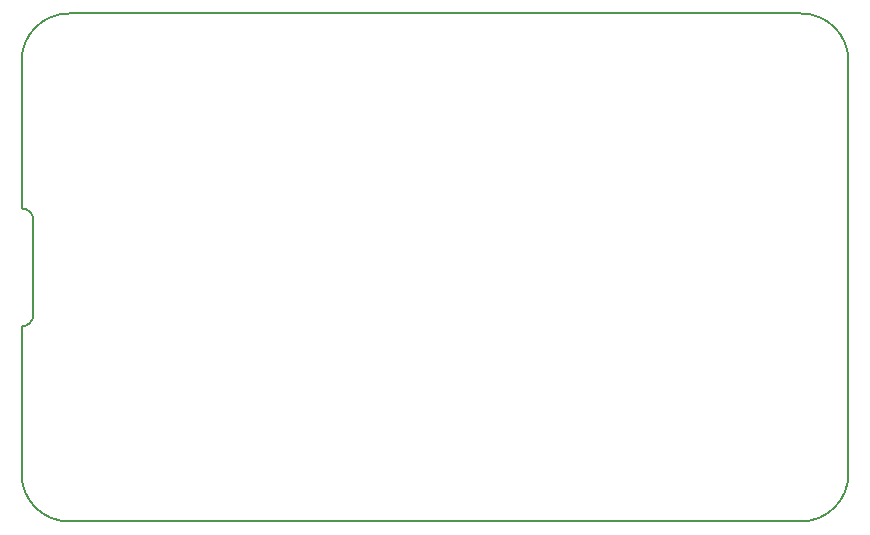
<source format=gm1>
G04 #@! TF.FileFunction,Profile,NP*
%FSLAX46Y46*%
G04 Gerber Fmt 4.6, Leading zero omitted, Abs format (unit mm)*
G04 Created by KiCad (PCBNEW 4.0.2-stable) date 2016/09/19 18:56:51*
%MOMM*%
G01*
G04 APERTURE LIST*
%ADD10C,0.100000*%
%ADD11C,0.150000*%
G04 APERTURE END LIST*
D10*
D11*
X0Y4000000D02*
X0Y16500000D01*
X0Y26500000D02*
X0Y39000000D01*
X1000000Y25500000D02*
X1000000Y17500000D01*
X0Y16500000D02*
G75*
G03X1000000Y17500000I0J1000000D01*
G01*
X1000000Y25500000D02*
G75*
G03X0Y26500000I-1000000J0D01*
G01*
X4000000Y0D02*
X66000000Y0D01*
X0Y4000000D02*
G75*
G03X4000000Y0I4000000J0D01*
G01*
X70000000Y39000000D02*
X70000000Y4000000D01*
X4000000Y43000000D02*
X66000000Y43000000D01*
X66000000Y0D02*
G75*
G03X70000000Y4000000I0J4000000D01*
G01*
X70000000Y39000000D02*
G75*
G03X66000000Y43000000I-4000000J0D01*
G01*
X4000000Y43000000D02*
G75*
G03X0Y39000000I0J-4000000D01*
G01*
M02*

</source>
